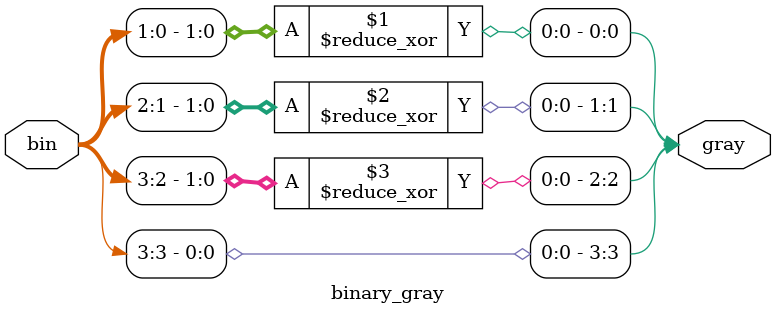
<source format=v>

`timescale 1ns / 1ps

module binary_gray #(parameter SIZE = 4)(
	input [SIZE-1:0] bin,
	output [SIZE-1:0] gray
); 
genvar gi;
// Use generate and endgenerate keywords 
generate
	for (gi=0; gi < SIZE-1; gi=gi+1)
 	 begin : gengray
		assign gray[gi] = ^bin[gi+1:gi]; 
	end
endgenerate
	assign gray[SIZE-1] = bin[SIZE-1];
endmodule


</source>
